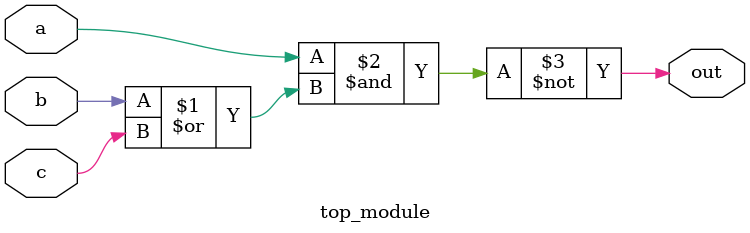
<source format=sv>
module top_module(
	input a, 
	input b,
	input c,
	output out
);

	assign out = ~(a & (b | c));

endmodule

</source>
